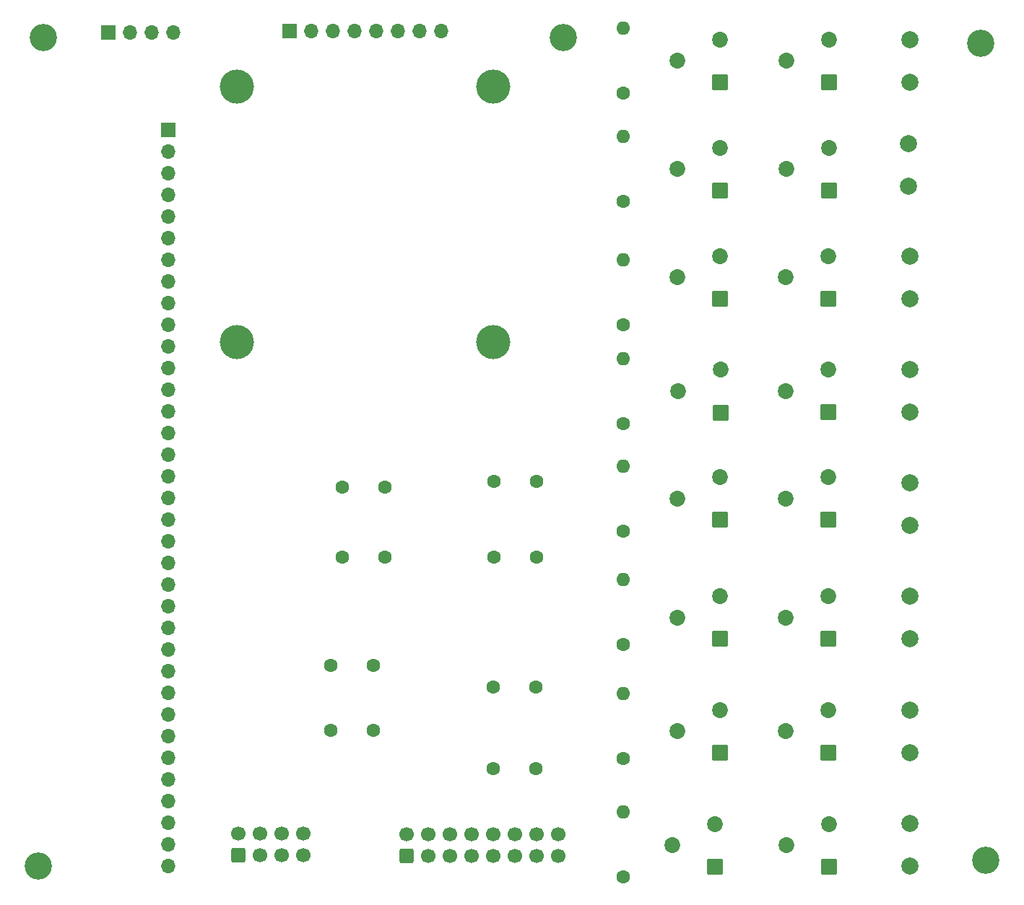
<source format=gbr>
%TF.GenerationSoftware,KiCad,Pcbnew,8.0.8*%
%TF.CreationDate,2025-02-19T17:07:23+00:00*%
%TF.ProjectId,MEMLSensorBoard,4d454d4c-5365-46e7-936f-72426f617264,rev?*%
%TF.SameCoordinates,Original*%
%TF.FileFunction,Soldermask,Bot*%
%TF.FilePolarity,Negative*%
%FSLAX46Y46*%
G04 Gerber Fmt 4.6, Leading zero omitted, Abs format (unit mm)*
G04 Created by KiCad (PCBNEW 8.0.8) date 2025-02-19 17:07:23*
%MOMM*%
%LPD*%
G01*
G04 APERTURE LIST*
G04 Aperture macros list*
%AMRoundRect*
0 Rectangle with rounded corners*
0 $1 Rounding radius*
0 $2 $3 $4 $5 $6 $7 $8 $9 X,Y pos of 4 corners*
0 Add a 4 corners polygon primitive as box body*
4,1,4,$2,$3,$4,$5,$6,$7,$8,$9,$2,$3,0*
0 Add four circle primitives for the rounded corners*
1,1,$1+$1,$2,$3*
1,1,$1+$1,$4,$5*
1,1,$1+$1,$6,$7*
1,1,$1+$1,$8,$9*
0 Add four rect primitives between the rounded corners*
20,1,$1+$1,$2,$3,$4,$5,0*
20,1,$1+$1,$4,$5,$6,$7,0*
20,1,$1+$1,$6,$7,$8,$9,0*
20,1,$1+$1,$8,$9,$2,$3,0*%
G04 Aperture macros list end*
%ADD10RoundRect,0.102000X-0.825000X-0.825000X0.825000X-0.825000X0.825000X0.825000X-0.825000X0.825000X0*%
%ADD11C,1.854000*%
%ADD12C,1.600000*%
%ADD13O,1.600000X1.600000*%
%ADD14C,2.000000*%
%ADD15C,4.000000*%
%ADD16R,1.700000X1.700000*%
%ADD17O,1.700000X1.700000*%
%ADD18C,3.200000*%
%ADD19RoundRect,0.250000X0.600000X-0.600000X0.600000X0.600000X-0.600000X0.600000X-0.600000X-0.600000X0*%
%ADD20C,1.700000*%
G04 APERTURE END LIST*
D10*
%TO.C,RV11*%
X212050000Y-97828998D03*
D11*
X207050000Y-95328998D03*
X212050000Y-92828998D03*
%TD*%
D10*
%TO.C,RV5*%
X212050000Y-57902996D03*
D11*
X207050000Y-55402996D03*
X212050000Y-52902996D03*
%TD*%
D12*
%TO.C,C7*%
X177800000Y-88265000D03*
X172800000Y-88265000D03*
%TD*%
%TO.C,R3*%
X187960000Y-46512996D03*
D13*
X187960000Y-38892996D03*
%TD*%
D12*
%TO.C,C6*%
X155020000Y-88265000D03*
X160020000Y-88265000D03*
%TD*%
D14*
%TO.C,J9*%
X221615000Y-124460000D03*
X221615000Y-119458998D03*
%TD*%
D15*
%TO.C,U1*%
X142720000Y-33020000D03*
X142720000Y-63020000D03*
X172720000Y-33020000D03*
X172720000Y-63020000D03*
D16*
X148845000Y-26520000D03*
D17*
X151385000Y-26520000D03*
X153925000Y-26520000D03*
X156465000Y-26520000D03*
X159005000Y-26520000D03*
X161545000Y-26520000D03*
X164085000Y-26520000D03*
X166625000Y-26520000D03*
%TD*%
D10*
%TO.C,RV13*%
X212050000Y-111163998D03*
D11*
X207050000Y-108663998D03*
X212050000Y-106163998D03*
%TD*%
D18*
%TO.C,REF\u002A\u002A*%
X119380000Y-124460000D03*
%TD*%
D12*
%TO.C,C5*%
X160020000Y-80010000D03*
X155020000Y-80010000D03*
%TD*%
D14*
%TO.C,J5*%
X221615000Y-71198998D03*
X221615000Y-66197996D03*
%TD*%
D12*
%TO.C,R7*%
X187960000Y-72547996D03*
D13*
X187960000Y-64927996D03*
%TD*%
D10*
%TO.C,RV1*%
X212090000Y-32502996D03*
D11*
X207090000Y-30002996D03*
X212090000Y-27502996D03*
%TD*%
D14*
%TO.C,J2*%
X221615000Y-32503497D03*
X221615000Y-27502495D03*
%TD*%
%TO.C,J7*%
X221615000Y-97829499D03*
X221615000Y-92828497D03*
%TD*%
D10*
%TO.C,RV12*%
X199350000Y-97828998D03*
D11*
X194350000Y-95328998D03*
X199350000Y-92828998D03*
%TD*%
D16*
%TO.C,J1*%
X134620000Y-38100000D03*
D17*
X134620000Y-40640000D03*
X134620000Y-43180000D03*
X134620000Y-45720000D03*
X134620000Y-48260000D03*
X134620000Y-50800000D03*
X134620000Y-53340000D03*
X134620000Y-55880000D03*
X134620000Y-58420000D03*
X134620000Y-60960000D03*
X134620000Y-63500000D03*
X134620000Y-66040000D03*
X134620000Y-68580000D03*
X134620000Y-71120000D03*
X134620000Y-73660000D03*
X134620000Y-76200000D03*
X134620000Y-78740000D03*
X134620000Y-81280000D03*
X134620000Y-83820000D03*
X134620000Y-86360000D03*
X134620000Y-88900000D03*
X134620000Y-91440000D03*
X134620000Y-93980000D03*
X134620000Y-96520000D03*
X134620000Y-99060000D03*
X134620000Y-101600000D03*
X134620000Y-104140000D03*
X134620000Y-106680000D03*
X134620000Y-109220000D03*
X134620000Y-111760000D03*
X134620000Y-114300000D03*
X134620000Y-116840000D03*
X134620000Y-119380000D03*
X134620000Y-121920000D03*
X134620000Y-124460000D03*
%TD*%
D12*
%TO.C,C8*%
X177800000Y-79375000D03*
X172800000Y-79375000D03*
%TD*%
D10*
%TO.C,RV8*%
X199390000Y-71277996D03*
D11*
X194390000Y-68777996D03*
X199390000Y-66277996D03*
%TD*%
D12*
%TO.C,R13*%
X187960000Y-111838998D03*
D13*
X187960000Y-104218998D03*
%TD*%
D18*
%TO.C,REF\u002A\u002A*%
X230505000Y-123825000D03*
%TD*%
D12*
%TO.C,C9*%
X153710000Y-100965000D03*
X158710000Y-100965000D03*
%TD*%
%TO.C,C11*%
X177760000Y-113030000D03*
X172760000Y-113030000D03*
%TD*%
%TO.C,R9*%
X187960000Y-85168998D03*
D13*
X187960000Y-77548998D03*
%TD*%
D19*
%TO.C,J10*%
X142875000Y-123190000D03*
D20*
X142875000Y-120650000D03*
X145415000Y-123190000D03*
X145415000Y-120650000D03*
X147954999Y-123190000D03*
X147955000Y-120650000D03*
X150495000Y-123190000D03*
X150495000Y-120650000D03*
%TD*%
D10*
%TO.C,RV9*%
X212050000Y-83858998D03*
D11*
X207050000Y-81358998D03*
X212050000Y-78858998D03*
%TD*%
D14*
%TO.C,J8*%
X221615000Y-111164499D03*
X221615000Y-106163497D03*
%TD*%
D12*
%TO.C,C10*%
X158710000Y-108585000D03*
X153710000Y-108585000D03*
%TD*%
D10*
%TO.C,RV7*%
X212050000Y-71237996D03*
D11*
X207050000Y-68737996D03*
X212050000Y-66237996D03*
%TD*%
D10*
%TO.C,RV3*%
X212090000Y-45202996D03*
D11*
X207090000Y-42702996D03*
X212090000Y-40202996D03*
%TD*%
D10*
%TO.C,RV6*%
X199350000Y-57902996D03*
D11*
X194350000Y-55402996D03*
X199350000Y-52902996D03*
%TD*%
D12*
%TO.C,R1*%
X187960000Y-33812996D03*
D13*
X187960000Y-26192996D03*
%TD*%
D10*
%TO.C,RV10*%
X199350000Y-83858998D03*
D11*
X194350000Y-81358998D03*
X199350000Y-78858998D03*
%TD*%
D10*
%TO.C,RV4*%
X199350000Y-45202996D03*
D11*
X194350000Y-42702996D03*
X199350000Y-40202996D03*
%TD*%
D10*
%TO.C,RV16*%
X198755000Y-124538998D03*
D11*
X193755000Y-122038998D03*
X198755000Y-119538998D03*
%TD*%
D10*
%TO.C,RV14*%
X199350000Y-111163998D03*
D11*
X194350000Y-108663998D03*
X199350000Y-106163998D03*
%TD*%
D12*
%TO.C,R11*%
X187960000Y-98503998D03*
D13*
X187960000Y-90883998D03*
%TD*%
D16*
%TO.C,J12*%
X127635000Y-26670000D03*
D17*
X130175000Y-26670000D03*
X132714999Y-26670000D03*
X135255000Y-26670000D03*
%TD*%
D10*
%TO.C,RV15*%
X212090000Y-124538998D03*
D11*
X207090000Y-122038998D03*
X212090000Y-119538998D03*
%TD*%
D12*
%TO.C,R15*%
X187960000Y-125730000D03*
D13*
X187960000Y-118110000D03*
%TD*%
D14*
%TO.C,J3*%
X221397000Y-44701497D03*
X221397000Y-39700495D03*
%TD*%
D19*
%TO.C,J11*%
X162560000Y-123307500D03*
D20*
X162560000Y-120767500D03*
X165100000Y-123307500D03*
X165100000Y-120767500D03*
X167640000Y-123307500D03*
X167640000Y-120767500D03*
X170180000Y-123307500D03*
X170180000Y-120767500D03*
X172720000Y-123307500D03*
X172720000Y-120767500D03*
X175260000Y-123307500D03*
X175260000Y-120767500D03*
X177800000Y-123307500D03*
X177800000Y-120767500D03*
X180340000Y-123307500D03*
X180340000Y-120767500D03*
%TD*%
D12*
%TO.C,R5*%
X187960000Y-60960000D03*
D13*
X187960000Y-53340000D03*
%TD*%
D12*
%TO.C,C12*%
X177760000Y-103505000D03*
X172760000Y-103505000D03*
%TD*%
D18*
%TO.C,REF\u002A\u002A*%
X120015000Y-27305000D03*
%TD*%
%TO.C,REF\u002A\u002A*%
X180975000Y-27305000D03*
%TD*%
D14*
%TO.C,J6*%
X221615000Y-84494499D03*
X221615000Y-79493497D03*
%TD*%
D10*
%TO.C,RV2*%
X199350000Y-32502996D03*
D11*
X194350000Y-30002996D03*
X199350000Y-27502996D03*
%TD*%
D18*
%TO.C,REF\u002A\u002A*%
X229870000Y-27940000D03*
%TD*%
D14*
%TO.C,J4*%
X221615000Y-57903497D03*
X221615000Y-52902495D03*
%TD*%
M02*

</source>
